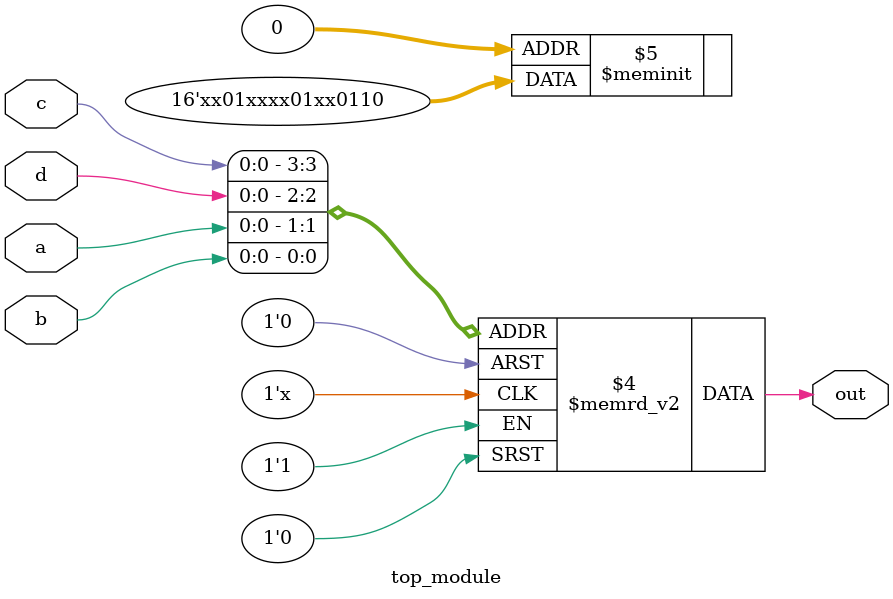
<source format=sv>
module top_module (
    input a, 
    input b,
    input c,
    input d,
    output reg out
);

always @(*) begin
    case ({c, d, a, b})
        4'b0000: out = 1'b0;
        4'b0001: out = 1'b1;
        4'b0011: out = 1'b0;
        4'b0010: out = 1'b1;
        4'b0111: out = 1'b0;
        4'b0110: out = 1'b1;
        4'b1101: out = 1'b0;
        4'b1100: out = 1'b1;
        default: out = 1'bx;
    endcase
end

endmodule

</source>
